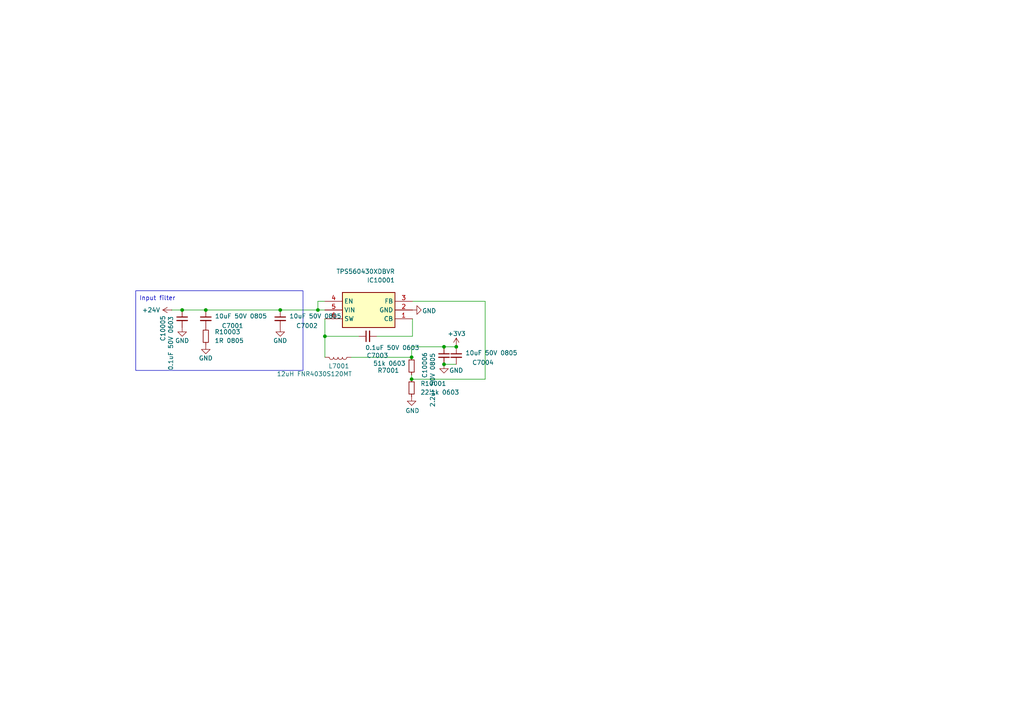
<source format=kicad_sch>
(kicad_sch (version 20231120) (generator "eeschema") (generator_version "8.0")
  (paper "A4")
  (lib_symbols
    (symbol "C_Small_1" (pin_numbers hide) (pin_names (offset 0.254) hide)
      (property "Reference" "C10006" (at -5.588 -2.794 90))
      (property "Value" "2.2uF 50V 0805" (at -3.302 -7.112 90))
      (symbol "C_Small_1_0_1"
        (polyline (pts (xy -1.524 -0.508) (xy 1.524 -0.508)) (stroke (width 0.3302)))
        (polyline (pts (xy -1.524 0.508) (xy 1.524 0.508)) (stroke (width 0.3048)))
      )
      (symbol "C_Small_1_1_1"
        (pin passive line (at 0 2.54 270) (length 2.032) (name "~") (number "1"))
        (pin passive line (at 0 -2.54 90) (length 2.032) (name "~") (number "2"))
      )
    )
    (symbol "Device:C_Small" (pin_numbers hide) (pin_names (offset 0.254) hide)
      (property "Reference" "C" (at 0.254 1.778 0))
      (property "Value" "C_Small" (at 0.254 -2.032 0))
      (symbol "C_Small_0_1"
        (polyline (pts (xy -1.524 -0.508) (xy 1.524 -0.508)) (stroke (width 0.3302)))
        (polyline (pts (xy -1.524 0.508) (xy 1.524 0.508)) (stroke (width 0.3048)))
      )
      (symbol "C_Small_1_1"
        (pin passive line (at 0 2.54 270) (length 2.032) (name "~") (number "1"))
        (pin passive line (at 0 -2.54 90) (length 2.032) (name "~") (number "2"))
      )
    )
    (symbol "Device:L" (pin_numbers hide) (pin_names (offset 1.016) hide)
      (property "Reference" "L" (at -1.27 0 90))
      (property "Value" "L" (at 1.905 0 90))
      (symbol "L_0_1"
        (arc (start 0 -2.54) (mid 0.6323 -1.905) (end 0 -1.27))
        (arc (start 0 -1.27) (mid 0.6323 -0.635) (end 0 0))
        (arc (start 0 0) (mid 0.6323 0.635) (end 0 1.27))
        (arc (start 0 1.27) (mid 0.6323 1.905) (end 0 2.54))
      )
      (symbol "L_1_1"
        (pin passive line (at 0 3.81 270) (length 1.27) (name "1") (number "1"))
        (pin passive line (at 0 -3.81 90) (length 1.27) (name "2") (number "2"))
      )
    )
    (symbol "Device:R_Small" (pin_numbers hide) (pin_names (offset 0.254) hide)
      (property "Reference" "R" (at 0.762 0.508 0))
      (property "Value" "R_Small" (at 0.762 -1.016 0))
      (symbol "R_Small_0_1"
        (rectangle (start -0.762 1.778) (end 0.762 -1.778) (stroke (width 0.2032)))
      )
      (symbol "R_Small_1_1"
        (pin passive line (at 0 2.54 270) (length 0.762) (name "~") (number "1"))
        (pin passive line (at 0 -2.54 90) (length 0.762) (name "~") (number "2"))
      )
    )
    (symbol "aaa:TPS560430XDBVR"
      (property "Reference" "IC10001" (at 5.08 -11.176 0))
      (property "Value" "TPS560430XDBVR" (at 5.08 -13.716 0))
      (symbol "TPS560430XDBVR_1_1"
        (rectangle (start 5.08 2.54) (end 20.32 -7.62) (stroke (width 0.254)) (fill (type background)))
        (pin passive line (at 0 0 0) (length 5.08) (name "CB") (number "1"))
        (pin passive line (at 0 -2.54 0) (length 5.08) (name "GND") (number "2"))
        (pin passive line (at 0 -5.08 0) (length 5.08) (name "FB") (number "3"))
        (pin passive line (at 25.4 -5.08 180) (length 5.08) (name "EN") (number "4"))
        (pin passive line (at 25.4 -2.54 180) (length 5.08) (name "VIN") (number "5"))
        (pin passive line (at 25.4 0 180) (length 5.08) (name "SW") (number "6"))
      )
    )
    (symbol "power:+24V" (power) (pin_numbers hide) (pin_names (offset 0) hide)
      (property "Value" "+24V" (at 0 3.556 0))
      (symbol "+24V_0_1"
        (polyline (pts (xy -0.762 1.27) (xy 0 2.54)))
        (polyline (pts (xy 0 0) (xy 0 2.54)))
        (polyline (pts (xy 0 2.54) (xy 0.762 1.27)))
      )
      (symbol "+24V_1_1"
        (pin power_in line (at 0 0 90) (length 0) (name "~") (number "1"))
      )
    )
    (symbol "power:+3V3" (power) (pin_numbers hide) (pin_names (offset 0) hide)
      (property "Value" "+3V3" (at 0 3.556 0))
      (symbol "+3V3_0_1"
        (polyline (pts (xy -0.762 1.27) (xy 0 2.54)))
        (polyline (pts (xy 0 0) (xy 0 2.54)))
        (polyline (pts (xy 0 2.54) (xy 0.762 1.27)))
      )
      (symbol "+3V3_1_1"
        (pin power_in line (at 0 0 90) (length 0) (name "~") (number "1"))
      )
    )
    (symbol "power:GND" (power) (pin_names (offset 0))
      (property "Value" "GND" (at 0 -3.81 0))
      (symbol "GND_0_1"
        (polyline (pts (xy 0 0) (xy 0 -1.27) (xy 1.27 -1.27) (xy 0 -2.54) (xy -1.27 -1.27) (xy 0 -1.27)))
      )
      (symbol "GND_1_1"
        (pin power_in line (at 0 0 270) (length 0) hide (name "GND") (number "1"))
      )
    )
  )
  (junction (at 128.778 105.664))
  (junction (at 59.69 89.916))
  (junction (at 132.334 100.584))
  (junction (at 119.38 109.982))
  (junction (at 52.832 89.916))
  (junction (at 128.778 100.584))
  (junction (at 92.202 89.916))
  (junction (at 94.234 97.536))
  (junction (at 81.28 89.916))
  (junction (at 119.38 103.632))
  (wire (pts (xy 92.202 87.376) (xy 92.202 89.916)))
  (wire (pts (xy 119.38 108.712) (xy 119.38 109.982)))
  (wire (pts (xy 94.234 92.456) (xy 94.234 97.536)))
  (wire (pts (xy 119.38 100.584) (xy 128.778 100.584)))
  (wire (pts (xy 81.28 89.916) (xy 92.202 89.916)))
  (wire (pts (xy 92.202 89.916) (xy 94.234 89.916)))
  (wire (pts (xy 59.69 89.916) (xy 52.832 89.916)))
  (wire (pts (xy 59.69 89.916) (xy 81.28 89.916)))
  (wire (pts (xy 119.634 97.536) (xy 119.634 92.456)))
  (wire (pts (xy 101.854 103.632) (xy 119.38 103.632)))
  (wire (pts (xy 94.234 87.376) (xy 92.202 87.376)))
  (wire (pts (xy 94.234 103.632) (xy 94.234 97.536)))
  (wire (pts (xy 109.22 97.536) (xy 119.634 97.536)))
  (wire (pts (xy 128.778 100.584) (xy 132.334 100.584)))
  (wire (pts (xy 119.38 103.632) (xy 119.38 100.584)))
  (wire (pts (xy 140.716 109.982) (xy 140.716 87.376)))
  (wire (pts (xy 94.234 97.536) (xy 104.14 97.536)))
  (wire (pts (xy 119.634 87.376) (xy 140.716 87.376)))
  (wire (pts (xy 119.38 109.982) (xy 140.716 109.982)))
  (wire (pts (xy 52.832 89.916) (xy 49.784 89.916)))
  (wire (pts (xy 128.778 105.664) (xy 132.334 105.664)))
  (rectangle (start 39.37 84.328) (end 87.884 107.442))
  (text "Input filter" (at 40.386 87.376 0) (effects (font (size 1.27 1.27)) (justify left bottom)))
  (symbol (lib_id "Device:C_Small") (at 81.28 92.456 0) (unit 1)
    (property "Reference" "C7002" (at 92.202 94.488 0) (effects (justify right)))
    (property "Value" "10uF 50V 0805" (at 99.06 91.694 0) (effects (justify right)))
    (property "Footprint" "Capacitor_SMD:C_0805_2012Metric" (effects (hide yes)))
    (property "LCSC" "C440198" (effects (hide yes)))
    (instances (project "stm32h7_base" (path "" (reference "C7002") (unit 1))) (project "simplicity_analog_1" (path "" (reference "C10002") (unit 1))))
  )
  (symbol (lib_id "Device:R_Small") (at 119.38 106.172 0) (unit 1)
    (property "Reference" "R7001" (at 109.474 107.442 0) (effects (justify left)))
    (property "Value" "51k 0603" (at 108.204 105.41 0) (effects (justify left)))
    (property "Footprint" "Resistor_SMD:R_0603_1608Metric" (effects (hide yes)))
    (property "Description" "Resistor, small symbol" (effects (hide yes)))
    (property "LCSC" "C23196" (effects (hide yes)))
    (instances (project "stm32h7_base" (path "" (reference "R7001") (unit 1))) (project "simplicity_analog_1" (path "" (reference "R10002") (unit 1))))
  )
  (symbol (lib_id "Device:R_Small") (at 59.69 97.536 0) (unit 1)
    (property "Reference" "R10003" (at 62.23 96.2659 0) (effects (justify left)))
    (property "Value" "1R 0805" (at 62.23 98.8059 0) (effects (justify left)))
    (property "Footprint" "Resistor_SMD:R_0805_2012Metric" (effects (hide yes)))
    (property "Description" "Resistor, small symbol" (effects (hide yes)))
    (property "LCSC" "C25271" (effects (hide yes)))
  )
  (symbol (lib_id "power:GND") (at 128.778 105.664 0) (unit 1)
    (property "Reference" "#PWR010006" (effects (hide yes)))
    (property "Value" "GND" (at 134.366 107.442 0) (effects (justify right)))
  )
  (symbol (lib_id "Device:R_Small") (at 119.38 112.522 0) (unit 1)
    (property "Reference" "R10001" (at 121.92 111.2519 0) (effects (justify left)))
    (property "Value" "22.1k 0603" (at 121.92 113.7919 0) (effects (justify left)))
    (property "Footprint" "Resistor_SMD:R_0603_1608Metric" (effects (hide yes)))
    (property "Description" "Resistor, small symbol" (effects (hide yes)))
    (property "LCSC" "C25961" (effects (hide yes)))
  )
  (symbol (lib_id "power:+24V") (at 49.784 89.916 90) (unit 1)
    (property "Reference" "#PWR010004" (effects (hide yes)))
    (property "Value" "+24V" (at 46.482 89.9159 90) (effects (justify left)))
    (property "Description" "Power symbol creates a global label with name \"+24V\"" (effects (hide yes)))
  )
  (symbol (lib_name "C_Small_1") (lib_id "Device:C_Small") (at 128.778 103.124 0) (unit 1)
    (property "Reference" "C10006" (at 123.19 105.918 90))
    (property "Value" "2.2uF 50V 0805" (at 125.476 110.236 90))
    (property "Footprint" "Capacitor_SMD:C_0805_2012Metric" (effects (hide yes)))
    (property "LCSC" "C377773" (effects (hide yes)))
  )
  (symbol (lib_id "power:GND") (at 52.832 94.996 0) (unit 1)
    (property "Reference" "#PWR010007" (effects (hide yes)))
    (property "Value" "GND" (at 54.864 98.806 0) (effects (justify right)))
  )
  (symbol (lib_id "Device:C_Small") (at 106.68 97.536 90) (unit 1)
    (property "Reference" "C7003" (at 109.474 103.124 90))
    (property "Value" "0.1uF 50V 0603" (at 113.792 100.838 90))
    (property "Footprint" "Capacitor_SMD:C_0603_1608Metric" (effects (hide yes)))
    (property "Description" "Unpolarized capacitor, small symbol" (effects (hide yes)))
    (property "LCSC" "C14663" (effects (hide yes)))
    (instances (project "stm32h7_base" (path "" (reference "C7003") (unit 1))) (project "simplicity_analog_1" (path "" (reference "C10001") (unit 1))))
  )
  (symbol (lib_id "power:GND") (at 119.38 115.062 0) (unit 1)
    (property "Reference" "#PWR010003" (effects (hide yes)))
    (property "Value" "GND" (at 121.666 119.126 0) (effects (justify right)))
  )
  (symbol (lib_id "power:GND") (at 81.28 94.996 0) (unit 1)
    (property "Reference" "#PWR010005" (effects (hide yes)))
    (property "Value" "GND" (at 83.312 98.806 0) (effects (justify right)))
  )
  (symbol (lib_id "Device:C_Small") (at 52.832 92.456 0) (unit 1)
    (property "Reference" "C10005" (at 47.244 95.25 90))
    (property "Value" "0.1uF 50V 0603" (at 49.53 99.568 90))
    (property "Footprint" "Capacitor_SMD:C_0603_1608Metric" (effects (hide yes)))
    (property "Description" "Unpolarized capacitor, small symbol" (effects (hide yes)))
    (property "LCSC" "C14663" (effects (hide yes)))
  )
  (symbol (lib_id "Device:C_Small") (at 59.69 92.456 0) (unit 1)
    (property "Reference" "C7001" (at 70.612 94.488 0) (effects (justify right)))
    (property "Value" "10uF 50V 0805" (at 77.47 91.694 0) (effects (justify right)))
    (property "Footprint" "Capacitor_SMD:C_0805_2012Metric" (effects (hide yes)))
    (property "LCSC" "C440198" (effects (hide yes)))
    (instances (project "stm32h7_base" (path "" (reference "C7001") (unit 1))) (project "simplicity_analog_1" (path "" (reference "C10004") (unit 1))))
  )
  (symbol (lib_id "power:GND") (at 59.69 100.076 0) (unit 1)
    (property "Reference" "#PWR010008" (effects (hide yes)))
    (property "Value" "GND" (at 61.722 103.886 0) (effects (justify right)))
  )
  (symbol (lib_id "Device:L") (at 98.044 103.632 270) (unit 1)
    (property "Reference" "L7001" (at 98.298 106.172 90))
    (property "Value" "12uH FNR4030S120MT" (at 91.186 108.458 90))
    (property "Footprint" "aaa:INDPM4040X300N" (effects (hide yes)))
    (property "Description" "Inductor" (effects (hide yes)))
    (property "LCSC" "C167880" (effects (hide yes)))
    (instances (project "stm32h7_base" (path "" (reference "L7001") (unit 1))) (project "" (path "" (reference "L10001") (unit 1))))
  )
  (symbol (lib_id "power:+3V3") (at 132.334 100.584 0) (unit 1)
    (property "Reference" "#PWR010001" (effects (hide yes)))
    (property "Value" "+3V3" (at 129.794 96.774 0) (effects (justify left)))
    (property "Description" "Power symbol creates a global label with name \"+3V3\"" (effects (hide yes)))
  )
  (symbol (lib_id "aaa:TPS560430XDBVR") (at 119.634 92.456 180) (unit 1)
    (property "Reference" "IC10001" (at 114.554 81.28 0) (effects (justify left)))
    (property "Value" "TPS560430XDBVR" (at 114.554 78.74 0) (effects (justify left)))
    (property "Footprint" "Package_TO_SOT_SMD:SOT-23-6" (effects (hide yes)))
    (property "Datasheet" "http://www.ti.com/lit/gpn/tps560430" (effects (hide yes)))
    (property "Description" "SIMPLE SWITCHER 36-V, 600-mA Buck Regulator With High-Efficiency Sleep Mode" (effects (hide yes)))
    (property "Height" "1.45" (effects (hide yes)))
    (property "Manufacturer_Name" "Texas Instruments" (effects (hide yes)))
    (property "Manufacturer_Part_Number" "TPS560430XDBVR" (effects (hide yes)))
    (property "Mouser Part Number" "595-TPS560430XDBVR" (effects (hide yes)))
    (property "Mouser Price/Stock" "https://www.mouser.co.uk/ProductDetail/Texas-Instruments/TPS560430XDBVR?qs=%252BEew9%252B0nqrDFUDwUxL0Ntw%3D%3D" (effects (hide yes)))
    (property "Arrow Part Number" "TPS560430XDBVR" (effects (hide yes)))
    (property "Arrow Price/Stock" "https://www.arrow.com/en/products/tps560430xdbvr/texas-instruments?region=nac" (effects (hide yes)))
  )
  (symbol (lib_id "power:GND") (at 119.634 89.916 90) (unit 1)
    (property "Reference" "#PWR010002" (effects (hide yes)))
    (property "Value" "GND" (at 122.428 90.17 90) (effects (justify right)))
  )
  (symbol (lib_id "Device:C_Small") (at 132.334 103.124 0) (unit 1)
    (property "Reference" "C7004" (at 143.256 105.156 0) (effects (justify right)))
    (property "Value" "10uF 50V 0805" (at 150.114 102.362 0) (effects (justify right)))
    (property "Footprint" "Capacitor_SMD:C_0805_2012Metric" (effects (hide yes)))
    (property "LCSC" "C440198" (effects (hide yes)))
    (instances (project "stm32h7_base" (path "" (reference "C7004") (unit 1))) (project "simplicity_analog_1" (path "" (reference "C10003") (unit 1))))
  )
)
</source>
